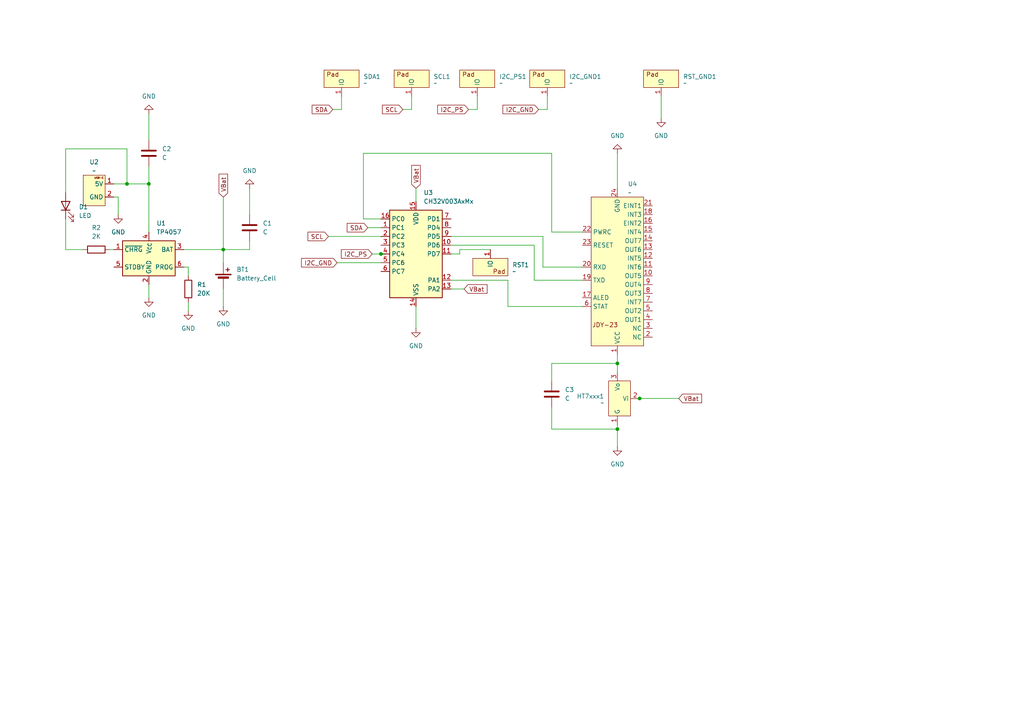
<source format=kicad_sch>
(kicad_sch (version 20231120) (generator "eeschema") (generator_version "8.0")
  (paper "A4")
  (lib_symbols
    (symbol "Battery_Management:TP4057"
      (property "Reference" "U" (at -6.35 6.604 0))
      (property "Value" "TP4057" (at 1.524 6.604 0))
      (symbol "TP4057_0_1"
        (rectangle (start -7.62 5.08) (end 7.62 -5.08) (stroke (width 0.254)) (fill (type background)))
      )
      (symbol "TP4057_1_1"
        (pin open_collector line (at -10.16 2.54 0) (length 2.54) (name "~{CHRG}") (number "1"))
        (pin power_in line (at 0 -7.62 90) (length 2.54) (name "GND") (number "2"))
        (pin power_out line (at 10.16 2.54 180) (length 2.54) (name "BAT") (number "3"))
        (pin power_in line (at 0 7.62 270) (length 2.54) (name "V_{CC}") (number "4"))
        (pin open_collector line (at -10.16 -2.54 0) (length 2.54) (name "STDBY") (number "5"))
        (pin passive line (at 10.16 -2.54 180) (length 2.54) (name "PROG") (number "6"))
      )
    )
    (symbol "Device:Battery_Cell" (pin_numbers hide) (pin_names (offset 0) hide)
      (property "Reference" "BT" (at 2.54 2.54 0))
      (property "Value" "Battery_Cell" (at 2.54 0 0))
      (symbol "Battery_Cell_0_1"
        (rectangle (start -2.286 1.778) (end 2.286 1.524) (fill (type outline)))
        (rectangle (start -1.524 1.016) (end 1.524 0.508) (fill (type outline)))
        (polyline (pts (xy 0 0.762) (xy 0 0)))
        (polyline (pts (xy 0 1.778) (xy 0 2.54)))
        (polyline (pts (xy 0.762 3.048) (xy 1.778 3.048)) (stroke (width 0.254)))
        (polyline (pts (xy 1.27 3.556) (xy 1.27 2.54)) (stroke (width 0.254)))
      )
      (symbol "Battery_Cell_1_1"
        (pin passive line (at 0 5.08 270) (length 2.54) (name "+") (number "1"))
        (pin passive line (at 0 -2.54 90) (length 2.54) (name "-") (number "2"))
      )
    )
    (symbol "Device:C" (pin_numbers hide) (pin_names (offset 0.254))
      (property "Reference" "C" (at 0.635 2.54 0))
      (property "Value" "C" (at 0.635 -2.54 0))
      (symbol "C_0_1"
        (polyline (pts (xy -2.032 -0.762) (xy 2.032 -0.762)) (stroke (width 0.508)))
        (polyline (pts (xy -2.032 0.762) (xy 2.032 0.762)) (stroke (width 0.508)))
      )
      (symbol "C_1_1"
        (pin passive line (at 0 3.81 270) (length 2.794) (name "~") (number "1"))
        (pin passive line (at 0 -3.81 90) (length 2.794) (name "~") (number "2"))
      )
    )
    (symbol "Device:LED" (pin_numbers hide) (pin_names (offset 1.016) hide)
      (property "Reference" "D" (at 0 2.54 0))
      (property "Value" "LED" (at 0 -2.54 0))
      (symbol "LED_0_1"
        (polyline (pts (xy -1.27 -1.27) (xy -1.27 1.27)) (stroke (width 0.254)))
        (polyline (pts (xy -1.27 0) (xy 1.27 0)))
        (polyline (pts (xy 1.27 -1.27) (xy 1.27 1.27) (xy -1.27 0) (xy 1.27 -1.27)) (stroke (width 0.254)))
        (polyline (pts (xy -3.048 -0.762) (xy -4.572 -2.286) (xy -3.81 -2.286) (xy -4.572 -2.286) (xy -4.572 -1.524)))
        (polyline (pts (xy -1.778 -0.762) (xy -3.302 -2.286) (xy -2.54 -2.286) (xy -3.302 -2.286) (xy -3.302 -1.524)))
      )
      (symbol "LED_1_1"
        (pin passive line (at -3.81 0 0) (length 2.54) (name "K") (number "1"))
        (pin passive line (at 3.81 0 180) (length 2.54) (name "A") (number "2"))
      )
    )
    (symbol "Device:R" (pin_numbers hide) (pin_names (offset 0))
      (property "Reference" "R" (at 2.032 0 90))
      (property "Value" "R" (at 0 0 90))
      (symbol "R_0_1"
        (rectangle (start -1.016 -2.54) (end 1.016 2.54) (stroke (width 0.254)))
      )
      (symbol "R_1_1"
        (pin passive line (at 0 3.81 270) (length 1.27) (name "~") (number "1"))
        (pin passive line (at 0 -3.81 90) (length 1.27) (name "~") (number "2"))
      )
    )
    (symbol "MCU_WCH_CH32V0:CH32V003AxMx"
      (property "Reference" "U" (at -7.62 15.24 0))
      (property "Value" "CH32V003AxMx" (at 7.62 15.24 0))
      (symbol "CH32V003AxMx_1_1"
        (rectangle (start -7.62 12.7) (end 7.62 -12.7) (stroke (width 0.254)) (fill (type background)))
        (pin bidirectional line (at -10.16 7.62 0) (length 2.54) (name "PC1") (number "1"))
        (pin bidirectional line (at 10.16 2.54 180) (length 2.54) (name "PD6") (number "10"))
        (pin bidirectional line (at 10.16 0 180) (length 2.54) (name "PD7") (number "11"))
        (pin bidirectional line (at 10.16 -7.62 180) (length 2.54) (name "PA1") (number "12"))
        (pin bidirectional line (at 10.16 -10.16 180) (length 2.54) (name "PA2") (number "13"))
        (pin power_in line (at 0 -15.24 90) (length 2.54) (name "VSS") (number "14"))
        (pin power_in line (at 0 15.24 270) (length 2.54) (name "VDD") (number "15"))
        (pin bidirectional line (at -10.16 10.16 0) (length 2.54) (name "PC0") (number "16"))
        (pin bidirectional line (at -10.16 5.08 0) (length 2.54) (name "PC2") (number "2"))
        (pin bidirectional line (at -10.16 2.54 0) (length 2.54) (name "PC3") (number "3"))
        (pin bidirectional line (at -10.16 0 0) (length 2.54) (name "PC4") (number "4"))
        (pin bidirectional line (at -10.16 -2.54 0) (length 2.54) (name "PC6") (number "5"))
        (pin bidirectional line (at -10.16 -5.08 0) (length 2.54) (name "PC7") (number "6"))
        (pin bidirectional line (at 10.16 10.16 180) (length 2.54) (name "PD1") (number "7"))
        (pin bidirectional line (at 10.16 7.62 180) (length 2.54) (name "PD4") (number "8"))
        (pin bidirectional line (at 10.16 5.08 180) (length 2.54) (name "PD5") (number "9"))
      )
    )
    (symbol "MyLibrary:HT7xxx_Voltage_Regulator"
      (property "Reference" "HT7xxx" (at 0 3.81 0))
      (symbol "HT7xxx_Voltage_Regulator_1_1"
        (rectangle (start -5.08 2.54) (end 5.08 -3.81) (fill (type background)))
        (pin input line (at -7.62 0 0) (length 2.54) (name "G") (number "1"))
        (pin input line (at -0.0532 -6.4441 90) (length 2.54) (name "Vi") (number "2"))
        (pin output line (at 7.62 0 180) (length 2.54) (name "Vo") (number "3"))
      )
    )
    (symbol "MyLibrary:JDY-23"
      (property "Reference" "U" (at 0 -0.508 90))
      (symbol "JDY-23_1_1"
        (rectangle (start -7.62 21.59) (end 7.62 -21.59) (fill (type background)))
        (text "JDY-23" (at 3.556 15.494 0) (effects (font (size 1.27 1.27))))
        (pin bidirectional line (at 0 24.13 270) (length 2.54) (name "VCC") (number "1"))
        (pin bidirectional line (at -10.16 1.27 0) (length 2.54) (name "OUT5") (number "10"))
        (pin bidirectional line (at -10.16 -1.27 0) (length 2.54) (name "INT6") (number "11"))
        (pin bidirectional line (at -10.16 -3.81 0) (length 2.54) (name "INT5") (number "12"))
        (pin bidirectional line (at -10.16 -6.35 0) (length 2.54) (name "OUT6") (number "13"))
        (pin bidirectional line (at -10.16 -8.89 0) (length 2.54) (name "OUT7") (number "14"))
        (pin bidirectional line (at -10.16 -11.43 0) (length 2.54) (name "INT4") (number "15"))
        (pin bidirectional line (at -10.16 -13.97 0) (length 2.54) (name "EINT2") (number "16"))
        (pin bidirectional line (at 10.16 7.62 180) (length 2.54) (name "ALED") (number "17"))
        (pin bidirectional line (at -10.16 -16.51 0) (length 2.54) (name "INT3") (number "18"))
        (pin bidirectional line (at 10.16 2.54 180) (length 2.54) (name "TXD") (number "19"))
        (pin bidirectional line (at -10.16 19.05 0) (length 2.54) (name "NC") (number "2"))
        (pin bidirectional line (at 10.16 -1.27 180) (length 2.54) (name "RXD") (number "20"))
        (pin bidirectional line (at -10.16 -19.05 0) (length 2.54) (name "EINT1") (number "21"))
        (pin bidirectional line (at 10.16 -11.43 180) (length 2.54) (name "PWRC") (number "22"))
        (pin bidirectional line (at 10.16 -7.62 180) (length 2.54) (name "RESET") (number "23"))
        (pin bidirectional line (at 0 -24.13 90) (length 2.54) (name "GND") (number "24"))
        (pin bidirectional line (at -10.16 16.51 0) (length 2.54) (name "NC") (number "3"))
        (pin bidirectional line (at -10.16 13.97 0) (length 2.54) (name "OUT1") (number "4"))
        (pin bidirectional line (at -10.16 11.43 0) (length 2.54) (name "OUT2") (number "5"))
        (pin bidirectional line (at 10.16 10.16 180) (length 2.54) (name "STAT") (number "6"))
        (pin bidirectional line (at -10.16 8.89 0) (length 2.54) (name "INT7") (number "7"))
        (pin bidirectional line (at -10.16 6.35 0) (length 2.54) (name "OUT3") (number "8"))
        (pin bidirectional line (at -10.16 3.81 0) (length 2.54) (name "OUT4") (number "9"))
      )
    )
    (symbol "MyLibrary:Soldering_pad"
      (property "Reference" "U" (at 0 5.08 0))
      (symbol "Soldering_pad_1_1"
        (rectangle (start -5.08 3.81) (end 5.08 -1.27) (fill (type background)))
        (text "Pad\n" (at -2.54 2.54 0) (effects (font (size 1.27 1.27))))
        (pin input line (at 0 -3.81 90) (length 2.54) (name "IO") (number "1"))
      )
    )
    (symbol "MyLibrary:UDB_C-3pin_poweronly"
      (property "Reference" "U" (at -1.778 0.508 0))
      (symbol "UDB_C-3pin_poweronly_1_1"
        (rectangle (start -3.81 5.08) (end 2.54 -3.81) (fill (type background)))
        (text "USB-C" (at 0.762 4.318 0) (effects (font (size 0.508 0.508))))
        (pin bidirectional line (at 5.08 2.54 180) (length 2.54) (name "5V") (number "1"))
        (pin bidirectional line (at 5.08 -1.27 180) (length 2.54) (name "GND") (number "2"))
      )
    )
    (symbol "power:GND" (power) (pin_numbers hide) (pin_names (offset 0) hide)
      (property "Value" "GND" (at 0 -3.81 0))
      (symbol "GND_0_1"
        (polyline (pts (xy 0 0) (xy 0 -1.27) (xy 1.27 -1.27) (xy 0 -2.54) (xy -1.27 -1.27) (xy 0 -1.27)))
      )
      (symbol "GND_1_1"
        (pin power_in line (at 0 0 270) (length 0) (name "~") (number "1"))
      )
    )
  )
  (junction (at 185.5141 115.57))
  (junction (at 110.49 73.66))
  (junction (at 43.18 53.34))
  (junction (at 179.07 105.41))
  (junction (at 179.07 124.46))
  (junction (at 36.83 53.34))
  (junction (at 64.77 72.39))
  (wire (pts (xy 43.18 48.26) (xy 43.18 53.34)))
  (wire (pts (xy 64.77 83.82) (xy 64.77 88.9)))
  (wire (pts (xy 160.02 118.11) (xy 160.02 124.46)))
  (wire (pts (xy 157.48 77.47) (xy 168.91 77.47)))
  (wire (pts (xy 191.77 27.94) (xy 191.77 34.29)))
  (wire (pts (xy 34.29 57.15) (xy 34.29 62.23)))
  (wire (pts (xy 179.07 44.45) (xy 179.07 54.61)))
  (wire (pts (xy 168.91 88.9) (xy 147.32 88.9)))
  (wire (pts (xy 106.68 66.04) (xy 110.49 66.04)))
  (wire (pts (xy 19.05 72.39) (xy 24.13 72.39)))
  (wire (pts (xy 95.25 68.58) (xy 110.49 68.58)))
  (wire (pts (xy 33.02 57.15) (xy 34.29 57.15)))
  (wire (pts (xy 105.41 63.5) (xy 105.41 44.45)))
  (wire (pts (xy 154.94 71.12) (xy 154.94 81.28)))
  (wire (pts (xy 185.5141 115.57) (xy 196.85 115.57)))
  (wire (pts (xy 33.02 53.34) (xy 36.83 53.34)))
  (wire (pts (xy 105.41 44.45) (xy 160.02 44.45)))
  (wire (pts (xy 130.81 68.58) (xy 157.48 68.58)))
  (wire (pts (xy 120.65 88.9) (xy 120.65 95.25)))
  (wire (pts (xy 179.07 124.46) (xy 179.07 129.54)))
  (wire (pts (xy 160.02 124.46) (xy 179.07 124.46)))
  (wire (pts (xy 36.83 53.34) (xy 36.83 43.18)))
  (wire (pts (xy 43.18 33.02) (xy 43.18 40.64)))
  (wire (pts (xy 179.07 123.19) (xy 179.07 124.46)))
  (wire (pts (xy 99.06 27.94) (xy 99.06 31.75)))
  (wire (pts (xy 179.07 102.87) (xy 179.07 105.41)))
  (wire (pts (xy 119.38 27.94) (xy 119.38 31.75)))
  (wire (pts (xy 130.81 83.82) (xy 134.62 83.82)))
  (wire (pts (xy 72.39 69.85) (xy 72.39 72.39)))
  (wire (pts (xy 97.79 76.2) (xy 110.49 76.2)))
  (wire (pts (xy 160.02 105.41) (xy 160.02 110.49)))
  (wire (pts (xy 147.32 88.9) (xy 147.32 81.28)))
  (wire (pts (xy 133.35 73.66) (xy 130.81 73.66)))
  (wire (pts (xy 19.05 43.18) (xy 19.05 55.88)))
  (wire (pts (xy 53.34 77.47) (xy 54.61 77.47)))
  (wire (pts (xy 72.39 54.61) (xy 72.39 62.23)))
  (wire (pts (xy 147.32 81.28) (xy 130.81 81.28)))
  (wire (pts (xy 43.18 53.34) (xy 43.18 67.31)))
  (wire (pts (xy 43.18 82.55) (xy 43.18 86.36)))
  (wire (pts (xy 135.89 31.75) (xy 138.43 31.75)))
  (wire (pts (xy 64.77 72.39) (xy 64.77 76.2)))
  (wire (pts (xy 158.75 27.94) (xy 158.75 31.75)))
  (wire (pts (xy 19.05 63.5) (xy 19.05 72.39)))
  (wire (pts (xy 54.61 87.63) (xy 54.61 90.17)))
  (wire (pts (xy 64.77 57.15) (xy 64.77 72.39)))
  (wire (pts (xy 99.06 31.75) (xy 96.52 31.75)))
  (wire (pts (xy 179.07 105.41) (xy 160.02 105.41)))
  (wire (pts (xy 158.75 31.75) (xy 156.21 31.75)))
  (wire (pts (xy 130.81 71.12) (xy 154.94 71.12)))
  (wire (pts (xy 72.39 72.39) (xy 64.77 72.39)))
  (wire (pts (xy 160.02 67.31) (xy 168.91 67.31)))
  (wire (pts (xy 54.61 77.47) (xy 54.61 80.01)))
  (wire (pts (xy 36.83 53.34) (xy 43.18 53.34)))
  (wire (pts (xy 179.07 105.41) (xy 179.07 107.95)))
  (wire (pts (xy 110.49 73.66) (xy 111.76 73.66)))
  (wire (pts (xy 138.43 27.94) (xy 138.43 31.75)))
  (wire (pts (xy 107.95 73.66) (xy 110.49 73.66)))
  (wire (pts (xy 142.24 72.39) (xy 133.35 72.39)))
  (wire (pts (xy 157.48 68.58) (xy 157.48 77.47)))
  (wire (pts (xy 185.42 115.57) (xy 185.5141 115.57)))
  (wire (pts (xy 36.83 43.18) (xy 19.05 43.18)))
  (wire (pts (xy 133.35 72.39) (xy 133.35 73.66)))
  (wire (pts (xy 120.65 54.61) (xy 120.65 58.42)))
  (wire (pts (xy 185.5141 115.57) (xy 185.5141 115.6232)))
  (wire (pts (xy 154.94 81.28) (xy 168.91 81.28)))
  (wire (pts (xy 31.75 72.39) (xy 33.02 72.39)))
  (wire (pts (xy 160.02 44.45) (xy 160.02 67.31)))
  (wire (pts (xy 119.38 31.75) (xy 116.84 31.75)))
  (wire (pts (xy 53.34 72.39) (xy 64.77 72.39)))
  (wire (pts (xy 110.49 63.5) (xy 105.41 63.5)))
  (global_label "VBat" (shape input) (at 134.62 83.82 0) (property "Intersheetrefs" "${INTERSHEET_REFS}" (effects (hide yes))))
  (global_label "I2C_GND" (shape input) (at 156.21 31.75 180) (property "Intersheetrefs" "${INTERSHEET_REFS}" (effects (hide yes))))
  (global_label "VBat" (shape input) (at 64.77 57.15 90) (property "Intersheetrefs" "${INTERSHEET_REFS}" (effects (hide yes))))
  (global_label "SDA" (shape input) (at 106.68 66.04 180) (property "Intersheetrefs" "${INTERSHEET_REFS}" (effects (hide yes))))
  (global_label "SCL" (shape input) (at 95.25 68.58 180) (property "Intersheetrefs" "${INTERSHEET_REFS}" (effects (hide yes))))
  (global_label "VBat" (shape input) (at 196.85 115.57 0) (property "Intersheetrefs" "${INTERSHEET_REFS}" (effects (hide yes))))
  (global_label "SDA" (shape input) (at 96.52 31.75 180) (property "Intersheetrefs" "${INTERSHEET_REFS}" (effects (hide yes))))
  (global_label "VBat" (shape input) (at 120.65 54.61 90) (property "Intersheetrefs" "${INTERSHEET_REFS}" (effects (hide yes))))
  (global_label "I2C_PS" (shape input) (at 135.89 31.75 180) (property "Intersheetrefs" "${INTERSHEET_REFS}" (effects (hide yes))))
  (global_label "SCL" (shape input) (at 116.84 31.75 180) (property "Intersheetrefs" "${INTERSHEET_REFS}" (effects (hide yes))))
  (global_label "I2C_PS" (shape input) (at 107.95 73.66 180) (property "Intersheetrefs" "${INTERSHEET_REFS}" (effects (hide yes))))
  (global_label "I2C_GND" (shape input) (at 97.79 76.2 180) (property "Intersheetrefs" "${INTERSHEET_REFS}" (effects (hide yes))))
  (symbol (lib_id "power:GND") (at 72.39 54.61 180) (unit 1)
    (property "Reference" "#PWR07" (effects (hide yes)))
    (property "Value" "GND" (at 72.39 49.53 0))
    (property "Description" "Power symbol creates a global label with name \"GND\" , ground" (effects (hide yes)))
  )
  (symbol (lib_id "power:GND") (at 43.18 86.36 0) (unit 1)
    (property "Reference" "#PWR02" (effects (hide yes)))
    (property "Value" "GND" (at 43.18 91.44 0))
    (property "Description" "Power symbol creates a global label with name \"GND\" , ground" (effects (hide yes)))
  )
  (symbol (lib_id "Device:C") (at 72.39 66.04 0) (unit 1)
    (property "Reference" "C1" (at 76.2 64.7699 0) (effects (justify left)))
    (property "Value" "C" (at 76.2 67.3099 0) (effects (justify left)))
    (property "Footprint" "Capacitor_SMD:C_1206_3216Metric_Pad1.33x1.80mm_HandSolder" (effects (hide yes)))
    (property "Description" "Unpolarized capacitor" (effects (hide yes)))
  )
  (symbol (lib_id "power:GND") (at 191.77 34.29 0) (unit 1)
    (property "Reference" "#PWR06" (effects (hide yes)))
    (property "Value" "GND" (at 191.77 39.37 0))
    (property "Description" "Power symbol creates a global label with name \"GND\" , ground" (effects (hide yes)))
  )
  (symbol (lib_id "Device:C") (at 43.18 44.45 0) (unit 1)
    (property "Reference" "C2" (at 46.99 43.1799 0) (effects (justify left)))
    (property "Value" "C" (at 46.99 45.7199 0) (effects (justify left)))
    (property "Footprint" "Capacitor_SMD:C_1206_3216Metric_Pad1.33x1.80mm_HandSolder" (effects (hide yes)))
    (property "Description" "Unpolarized capacitor" (effects (hide yes)))
  )
  (symbol (lib_id "MyLibrary:Soldering_pad") (at 119.38 24.13 0) (unit 1)
    (property "Reference" "SCL1" (at 125.73 22.2249 0) (effects (justify left)))
    (property "Value" "~" (at 125.73 24.13 0) (effects (justify left)))
    (property "Footprint" "MyLibrary:Soldering pad" (effects (hide yes)))
  )
  (symbol (lib_id "power:GND") (at 179.07 129.54 0) (unit 1)
    (property "Reference" "#PWR05" (effects (hide yes)))
    (property "Value" "GND" (at 179.07 134.62 0))
    (property "Description" "Power symbol creates a global label with name \"GND\" , ground" (effects (hide yes)))
  )
  (symbol (lib_id "MyLibrary:Soldering_pad") (at 191.77 24.13 0) (unit 1)
    (property "Reference" "RST_GND1" (at 198.12 22.2249 0) (effects (justify left)))
    (property "Value" "~" (at 198.12 24.13 0) (effects (justify left)))
    (property "Footprint" "MyLibrary:Soldering pad" (effects (hide yes)))
  )
  (symbol (lib_id "power:GND") (at 64.77 88.9 0) (unit 1)
    (property "Reference" "#PWR01" (effects (hide yes)))
    (property "Value" "GND" (at 64.77 93.98 0))
    (property "Description" "Power symbol creates a global label with name \"GND\" , ground" (effects (hide yes)))
  )
  (symbol (lib_id "Battery_Management:TP4057") (at 43.18 74.93 0) (unit 1)
    (property "Reference" "U1" (at 45.3741 64.77 0) (effects (justify left)))
    (property "Value" "TP4057" (at 45.3741 67.31 0) (effects (justify left)))
    (property "Footprint" "Package_TO_SOT_SMD:TSOT-23-6" (effects (hide yes)))
    (property "Datasheet" "http://toppwr.com/uploadfile/file/20230304/640302a47b738.pdf" (effects (hide yes)))
    (property "Description" "Constant-current/constant-voltage linear charger for single cell lithium-ion batteries with 2.9V Trickle Charge, 4.5V to 6.5V VDD, -40 to +85 degree Celsius, TSOT-23-6" (effects (hide yes)))
  )
  (symbol (lib_id "MyLibrary:HT7xxx_Voltage_Regulator") (at 179.07 115.57 90) (unit 1)
    (property "Reference" "HT7xxx1" (at 175.26 114.9349 90) (effects (justify left)))
    (property "Value" "~" (at 175.26 116.84 90) (effects (justify left)))
    (property "Footprint" "Package_TO_SOT_SMD:SOT-89-3_Handsoldering" (effects (hide yes)))
  )
  (symbol (lib_id "power:GND") (at 34.29 62.23 0) (unit 1)
    (property "Reference" "#PWR03" (effects (hide yes)))
    (property "Value" "GND" (at 34.29 67.31 0))
    (property "Description" "Power symbol creates a global label with name \"GND\" , ground" (effects (hide yes)))
  )
  (symbol (lib_id "power:GND") (at 179.07 44.45 180) (unit 1)
    (property "Reference" "#PWR010" (effects (hide yes)))
    (property "Value" "GND" (at 179.07 39.37 0))
    (property "Description" "Power symbol creates a global label with name \"GND\" , ground" (effects (hide yes)))
  )
  (symbol (lib_id "MyLibrary:UDB_C-3pin_poweronly") (at 27.94 55.88 0) (unit 1)
    (property "Reference" "U2" (at 27.305 46.99 0))
    (property "Value" "~" (at 27.305 49.53 0))
    (property "Footprint" "MyLibrary:USB_C_2pin-poweronly" (effects (hide yes)))
  )
  (symbol (lib_id "MyLibrary:Soldering_pad") (at 138.43 24.13 0) (unit 1)
    (property "Reference" "I2C_PS1" (at 144.78 22.2249 0) (effects (justify left)))
    (property "Value" "~" (at 144.78 24.13 0) (effects (justify left)))
    (property "Footprint" "MyLibrary:Soldering pad" (effects (hide yes)))
  )
  (symbol (lib_id "MyLibrary:JDY-23") (at 179.07 78.74 180) (unit 1)
    (property "Reference" "U4" (at 182.0865 53.34 0) (effects (justify right)))
    (property "Value" "~" (at 182.0865 55.88 0) (effects (justify right)))
    (property "Footprint" "MyLibrary:JDY-23" (effects (hide yes)))
  )
  (symbol (lib_id "MyLibrary:Soldering_pad") (at 158.75 24.13 0) (unit 1)
    (property "Reference" "I2C_GND1" (at 165.1 22.2249 0) (effects (justify left)))
    (property "Value" "~" (at 165.1 24.13 0) (effects (justify left)))
    (property "Footprint" "MyLibrary:Soldering pad" (effects (hide yes)))
  )
  (symbol (lib_id "Device:LED") (at 19.05 59.69 90) (unit 1)
    (property "Reference" "D1" (at 22.86 60.0074 90) (effects (justify right)))
    (property "Value" "LED" (at 22.86 62.5474 90) (effects (justify right)))
    (property "Footprint" "MyLibrary:DIP2 device" (effects (hide yes)))
    (property "Description" "Light emitting diode" (effects (hide yes)))
  )
  (symbol (lib_id "Device:Battery_Cell") (at 64.77 81.28 0) (unit 1)
    (property "Reference" "BT1" (at 68.58 78.1684 0) (effects (justify left)))
    (property "Value" "Battery_Cell" (at 68.58 80.7084 0) (effects (justify left)))
    (property "Footprint" "MyLibrary:2-pin soldering pad" (effects (hide yes)))
    (property "Description" "Single-cell battery" (effects (hide yes)))
  )
  (symbol (lib_id "power:GND") (at 54.61 90.17 0) (unit 1)
    (property "Reference" "#PWR04" (effects (hide yes)))
    (property "Value" "GND" (at 54.61 95.25 0))
    (property "Description" "Power symbol creates a global label with name \"GND\" , ground" (effects (hide yes)))
  )
  (symbol (lib_id "MCU_WCH_CH32V0:CH32V003AxMx") (at 120.65 73.66 0) (unit 1)
    (property "Reference" "U3" (at 122.8441 55.88 0) (effects (justify left)))
    (property "Value" "CH32V003AxMx" (at 122.8441 58.42 0) (effects (justify left)))
    (property "Footprint" "Package_SO:SOP-16_3.9x9.9mm_P1.27mm" (effects (hide yes)))
    (property "Datasheet" "https://www.wch-ic.com/products/CH32V003.html" (effects (hide yes)))
    (property "Description" "CH32V003 series are industrial-grade general-purpose microcontrollers designed based on 32-bit RISC-V instruction set and architecture. It adopts QingKe V2A core, RV32EC instruction set, and supports 2 levels of interrupt nesting. The series are mounted with rich peripheral interfaces and function modules. Its internal organizational structure meets the low-cost and low-power embedded application scenarios." (effects (hide yes)))
  )
  (symbol (lib_id "power:GND") (at 43.18 33.02 180) (unit 1)
    (property "Reference" "#PWR08" (effects (hide yes)))
    (property "Value" "GND" (at 43.18 27.94 0))
    (property "Description" "Power symbol creates a global label with name \"GND\" , ground" (effects (hide yes)))
  )
  (symbol (lib_id "MyLibrary:Soldering_pad") (at 142.24 76.2 180) (unit 1)
    (property "Reference" "RST1" (at 148.59 76.8349 0) (effects (justify right)))
    (property "Value" "~" (at 148.59 78.74 0) (effects (justify right)))
    (property "Footprint" "MyLibrary:Soldering pad" (effects (hide yes)))
  )
  (symbol (lib_id "Device:R") (at 54.61 83.82 0) (unit 1)
    (property "Reference" "R1" (at 57.15 82.5499 0) (effects (justify left)))
    (property "Value" "20K" (at 57.15 85.0899 0) (effects (justify left)))
    (property "Footprint" "Resistor_SMD:R_1206_3216Metric_Pad1.30x1.75mm_HandSolder" (effects (hide yes)))
    (property "Description" "Resistor" (effects (hide yes)))
  )
  (symbol (lib_id "power:GND") (at 120.65 95.25 0) (unit 1)
    (property "Reference" "#PWR09" (effects (hide yes)))
    (property "Value" "GND" (at 120.65 100.33 0))
    (property "Description" "Power symbol creates a global label with name \"GND\" , ground" (effects (hide yes)))
  )
  (symbol (lib_id "Device:R") (at 27.94 72.39 90) (unit 1)
    (property "Reference" "R2" (at 27.94 66.04 90))
    (property "Value" "2K" (at 27.94 68.58 90))
    (property "Footprint" "Resistor_SMD:R_1206_3216Metric_Pad1.30x1.75mm_HandSolder" (effects (hide yes)))
    (property "Description" "Resistor" (effects (hide yes)))
  )
  (symbol (lib_id "MyLibrary:Soldering_pad") (at 99.06 24.13 0) (unit 1)
    (property "Reference" "SDA1" (at 105.41 22.2249 0) (effects (justify left)))
    (property "Value" "~" (at 105.41 24.13 0) (effects (justify left)))
    (property "Footprint" "MyLibrary:Soldering pad" (effects (hide yes)))
  )
  (symbol (lib_id "Device:C") (at 160.02 114.3 0) (unit 1)
    (property "Reference" "C3" (at 163.83 113.0299 0) (effects (justify left)))
    (property "Value" "C" (at 163.83 115.5699 0) (effects (justify left)))
    (property "Footprint" "Capacitor_SMD:C_1206_3216Metric_Pad1.33x1.80mm_HandSolder" (effects (hide yes)))
    (property "Description" "Unpolarized capacitor" (effects (hide yes)))
  )
)
</source>
